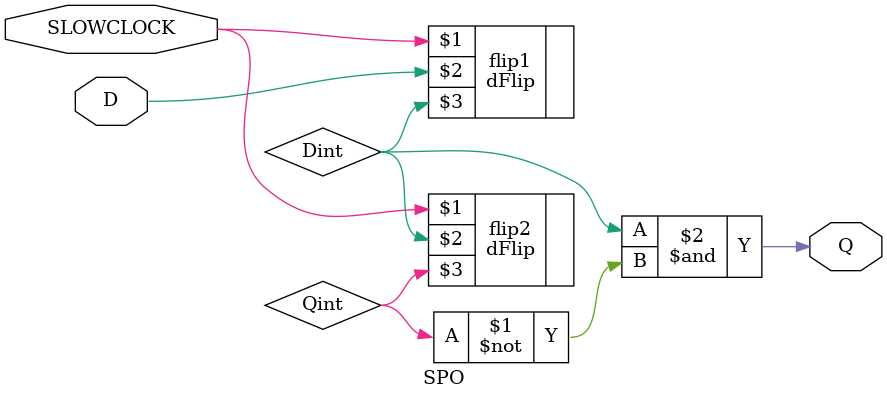
<source format=v>
`timescale 1ns / 1ps


module SPO(
    input SLOWCLOCK,
    input D,
    output Q
    );
    
    wire Dint;
    wire Qint;
    
    assign Q = Dint & ~Qint;
    
    dFlip flip1(SLOWCLOCK, D, Dint);
    dFlip flip2(SLOWCLOCK, Dint, Qint);
endmodule

</source>
